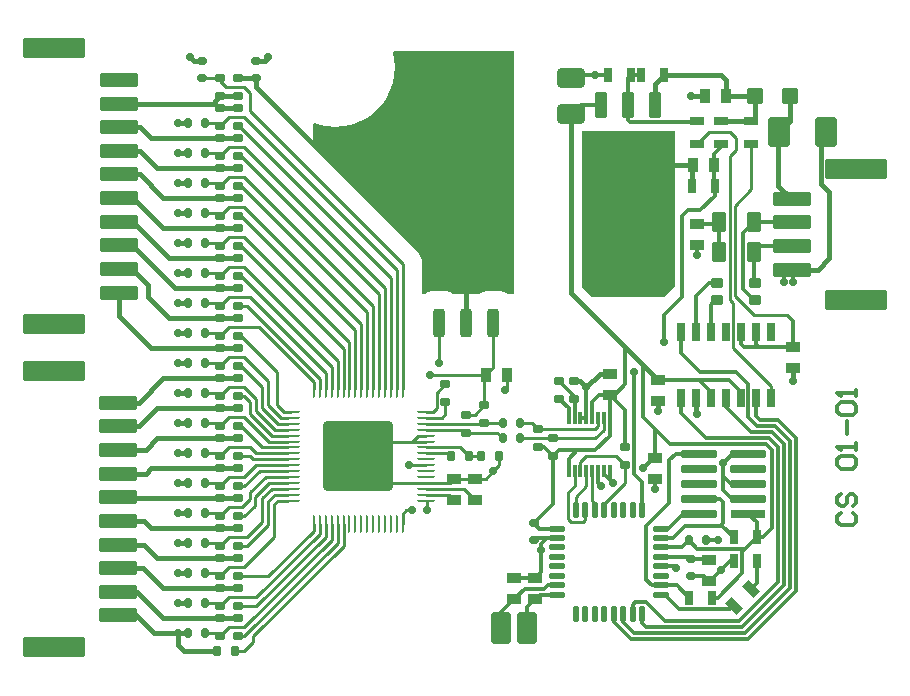
<source format=gtl>
G04 Layer_Physical_Order=1*
G04 Layer_Color=255*
%FSLAX25Y25*%
%MOIN*%
G70*
G01*
G75*
G04:AMPARAMS|DCode=10|XSize=37.4mil|YSize=94.49mil|CornerRadius=9.35mil|HoleSize=0mil|Usage=FLASHONLY|Rotation=180.000|XOffset=0mil|YOffset=0mil|HoleType=Round|Shape=RoundedRectangle|*
%AMROUNDEDRECTD10*
21,1,0.03740,0.07579,0,0,180.0*
21,1,0.01870,0.09449,0,0,180.0*
1,1,0.01870,-0.00935,0.03789*
1,1,0.01870,0.00935,0.03789*
1,1,0.01870,0.00935,-0.03789*
1,1,0.01870,-0.00935,-0.03789*
%
%ADD10ROUNDEDRECTD10*%
G04:AMPARAMS|DCode=11|XSize=129.92mil|YSize=94.49mil|CornerRadius=14.17mil|HoleSize=0mil|Usage=FLASHONLY|Rotation=180.000|XOffset=0mil|YOffset=0mil|HoleType=Round|Shape=RoundedRectangle|*
%AMROUNDEDRECTD11*
21,1,0.12992,0.06614,0,0,180.0*
21,1,0.10157,0.09449,0,0,180.0*
1,1,0.02835,-0.05079,0.03307*
1,1,0.02835,0.05079,0.03307*
1,1,0.02835,0.05079,-0.03307*
1,1,0.02835,-0.05079,-0.03307*
%
%ADD11ROUNDEDRECTD11*%
G04:AMPARAMS|DCode=12|XSize=33.47mil|YSize=23.62mil|CornerRadius=2.36mil|HoleSize=0mil|Usage=FLASHONLY|Rotation=0.000|XOffset=0mil|YOffset=0mil|HoleType=Round|Shape=RoundedRectangle|*
%AMROUNDEDRECTD12*
21,1,0.03347,0.01890,0,0,0.0*
21,1,0.02874,0.02362,0,0,0.0*
1,1,0.00472,0.01437,-0.00945*
1,1,0.00472,-0.01437,-0.00945*
1,1,0.00472,-0.01437,0.00945*
1,1,0.00472,0.01437,0.00945*
%
%ADD12ROUNDEDRECTD12*%
G04:AMPARAMS|DCode=13|XSize=49.21mil|YSize=31.5mil|CornerRadius=3.15mil|HoleSize=0mil|Usage=FLASHONLY|Rotation=0.000|XOffset=0mil|YOffset=0mil|HoleType=Round|Shape=RoundedRectangle|*
%AMROUNDEDRECTD13*
21,1,0.04921,0.02520,0,0,0.0*
21,1,0.04291,0.03150,0,0,0.0*
1,1,0.00630,0.02146,-0.01260*
1,1,0.00630,-0.02146,-0.01260*
1,1,0.00630,-0.02146,0.01260*
1,1,0.00630,0.02146,0.01260*
%
%ADD13ROUNDEDRECTD13*%
G04:AMPARAMS|DCode=14|XSize=31.5mil|YSize=25.59mil|CornerRadius=6.4mil|HoleSize=0mil|Usage=FLASHONLY|Rotation=270.000|XOffset=0mil|YOffset=0mil|HoleType=Round|Shape=RoundedRectangle|*
%AMROUNDEDRECTD14*
21,1,0.03150,0.01279,0,0,270.0*
21,1,0.01870,0.02559,0,0,270.0*
1,1,0.01279,-0.00640,-0.00935*
1,1,0.01279,-0.00640,0.00935*
1,1,0.01279,0.00640,0.00935*
1,1,0.01279,0.00640,-0.00935*
%
%ADD14ROUNDEDRECTD14*%
G04:AMPARAMS|DCode=15|XSize=47.24mil|YSize=125.98mil|CornerRadius=7.09mil|HoleSize=0mil|Usage=FLASHONLY|Rotation=270.000|XOffset=0mil|YOffset=0mil|HoleType=Round|Shape=RoundedRectangle|*
%AMROUNDEDRECTD15*
21,1,0.04724,0.11181,0,0,270.0*
21,1,0.03307,0.12598,0,0,270.0*
1,1,0.01417,-0.05591,-0.01654*
1,1,0.01417,-0.05591,0.01654*
1,1,0.01417,0.05591,0.01654*
1,1,0.01417,0.05591,-0.01654*
%
%ADD15ROUNDEDRECTD15*%
G04:AMPARAMS|DCode=16|XSize=66.93mil|YSize=208.66mil|CornerRadius=10.04mil|HoleSize=0mil|Usage=FLASHONLY|Rotation=270.000|XOffset=0mil|YOffset=0mil|HoleType=Round|Shape=RoundedRectangle|*
%AMROUNDEDRECTD16*
21,1,0.06693,0.18858,0,0,270.0*
21,1,0.04685,0.20866,0,0,270.0*
1,1,0.02008,-0.09429,-0.02343*
1,1,0.02008,-0.09429,0.02343*
1,1,0.02008,0.09429,0.02343*
1,1,0.02008,0.09429,-0.02343*
%
%ADD16ROUNDEDRECTD16*%
G04:AMPARAMS|DCode=17|XSize=9.84mil|YSize=59.05mil|CornerRadius=2.46mil|HoleSize=0mil|Usage=FLASHONLY|Rotation=270.000|XOffset=0mil|YOffset=0mil|HoleType=Round|Shape=RoundedRectangle|*
%AMROUNDEDRECTD17*
21,1,0.00984,0.05413,0,0,270.0*
21,1,0.00492,0.05905,0,0,270.0*
1,1,0.00492,-0.02707,-0.00246*
1,1,0.00492,-0.02707,0.00246*
1,1,0.00492,0.02707,0.00246*
1,1,0.00492,0.02707,-0.00246*
%
%ADD17ROUNDEDRECTD17*%
G04:AMPARAMS|DCode=18|XSize=9.84mil|YSize=59.05mil|CornerRadius=2.46mil|HoleSize=0mil|Usage=FLASHONLY|Rotation=0.000|XOffset=0mil|YOffset=0mil|HoleType=Round|Shape=RoundedRectangle|*
%AMROUNDEDRECTD18*
21,1,0.00984,0.05413,0,0,0.0*
21,1,0.00492,0.05905,0,0,0.0*
1,1,0.00492,0.00246,-0.02707*
1,1,0.00492,-0.00246,-0.02707*
1,1,0.00492,-0.00246,0.02707*
1,1,0.00492,0.00246,0.02707*
%
%ADD18ROUNDEDRECTD18*%
G04:AMPARAMS|DCode=19|XSize=33.47mil|YSize=23.62mil|CornerRadius=2.36mil|HoleSize=0mil|Usage=FLASHONLY|Rotation=90.000|XOffset=0mil|YOffset=0mil|HoleType=Round|Shape=RoundedRectangle|*
%AMROUNDEDRECTD19*
21,1,0.03347,0.01890,0,0,90.0*
21,1,0.02874,0.02362,0,0,90.0*
1,1,0.00472,0.00945,0.01437*
1,1,0.00472,0.00945,-0.01437*
1,1,0.00472,-0.00945,-0.01437*
1,1,0.00472,-0.00945,0.01437*
%
%ADD19ROUNDEDRECTD19*%
G04:AMPARAMS|DCode=20|XSize=49.21mil|YSize=27.56mil|CornerRadius=2.76mil|HoleSize=0mil|Usage=FLASHONLY|Rotation=90.000|XOffset=0mil|YOffset=0mil|HoleType=Round|Shape=RoundedRectangle|*
%AMROUNDEDRECTD20*
21,1,0.04921,0.02205,0,0,90.0*
21,1,0.04370,0.02756,0,0,90.0*
1,1,0.00551,0.01102,0.02185*
1,1,0.00551,0.01102,-0.02185*
1,1,0.00551,-0.01102,-0.02185*
1,1,0.00551,-0.01102,0.02185*
%
%ADD20ROUNDEDRECTD20*%
G04:AMPARAMS|DCode=21|XSize=49.21mil|YSize=31.5mil|CornerRadius=3.15mil|HoleSize=0mil|Usage=FLASHONLY|Rotation=270.000|XOffset=0mil|YOffset=0mil|HoleType=Round|Shape=RoundedRectangle|*
%AMROUNDEDRECTD21*
21,1,0.04921,0.02520,0,0,270.0*
21,1,0.04291,0.03150,0,0,270.0*
1,1,0.00630,-0.01260,-0.02146*
1,1,0.00630,-0.01260,0.02146*
1,1,0.00630,0.01260,0.02146*
1,1,0.00630,0.01260,-0.02146*
%
%ADD21ROUNDEDRECTD21*%
G04:AMPARAMS|DCode=22|XSize=31.5mil|YSize=25.59mil|CornerRadius=6.4mil|HoleSize=0mil|Usage=FLASHONLY|Rotation=180.000|XOffset=0mil|YOffset=0mil|HoleType=Round|Shape=RoundedRectangle|*
%AMROUNDEDRECTD22*
21,1,0.03150,0.01279,0,0,180.0*
21,1,0.01870,0.02559,0,0,180.0*
1,1,0.01279,-0.00935,0.00640*
1,1,0.01279,0.00935,0.00640*
1,1,0.01279,0.00935,-0.00640*
1,1,0.01279,-0.00935,-0.00640*
%
%ADD22ROUNDEDRECTD22*%
G04:AMPARAMS|DCode=23|XSize=55.12mil|YSize=51.18mil|CornerRadius=5.12mil|HoleSize=0mil|Usage=FLASHONLY|Rotation=90.000|XOffset=0mil|YOffset=0mil|HoleType=Round|Shape=RoundedRectangle|*
%AMROUNDEDRECTD23*
21,1,0.05512,0.04095,0,0,90.0*
21,1,0.04488,0.05118,0,0,90.0*
1,1,0.01024,0.02047,0.02244*
1,1,0.01024,0.02047,-0.02244*
1,1,0.01024,-0.02047,-0.02244*
1,1,0.01024,-0.02047,0.02244*
%
%ADD23ROUNDEDRECTD23*%
G04:AMPARAMS|DCode=24|XSize=27.56mil|YSize=118.11mil|CornerRadius=4.13mil|HoleSize=0mil|Usage=FLASHONLY|Rotation=90.000|XOffset=0mil|YOffset=0mil|HoleType=Round|Shape=RoundedRectangle|*
%AMROUNDEDRECTD24*
21,1,0.02756,0.10984,0,0,90.0*
21,1,0.01929,0.11811,0,0,90.0*
1,1,0.00827,0.05492,0.00965*
1,1,0.00827,0.05492,-0.00965*
1,1,0.00827,-0.05492,-0.00965*
1,1,0.00827,-0.05492,0.00965*
%
%ADD24ROUNDEDRECTD24*%
%ADD25R,0.11811X0.02756*%
G04:AMPARAMS|DCode=26|XSize=106.3mil|YSize=66.93mil|CornerRadius=6.69mil|HoleSize=0mil|Usage=FLASHONLY|Rotation=270.000|XOffset=0mil|YOffset=0mil|HoleType=Round|Shape=RoundedRectangle|*
%AMROUNDEDRECTD26*
21,1,0.10630,0.05354,0,0,270.0*
21,1,0.09291,0.06693,0,0,270.0*
1,1,0.01339,-0.02677,-0.04646*
1,1,0.01339,-0.02677,0.04646*
1,1,0.01339,0.02677,0.04646*
1,1,0.01339,0.02677,-0.04646*
%
%ADD26ROUNDEDRECTD26*%
G04:AMPARAMS|DCode=27|XSize=23.62mil|YSize=62.99mil|CornerRadius=2.36mil|HoleSize=0mil|Usage=FLASHONLY|Rotation=180.000|XOffset=0mil|YOffset=0mil|HoleType=Round|Shape=RoundedRectangle|*
%AMROUNDEDRECTD27*
21,1,0.02362,0.05827,0,0,180.0*
21,1,0.01890,0.06299,0,0,180.0*
1,1,0.00472,-0.00945,0.02913*
1,1,0.00472,0.00945,0.02913*
1,1,0.00472,0.00945,-0.02913*
1,1,0.00472,-0.00945,-0.02913*
%
%ADD27ROUNDEDRECTD27*%
G04:AMPARAMS|DCode=28|XSize=19.68mil|YSize=51.18mil|CornerRadius=4.92mil|HoleSize=0mil|Usage=FLASHONLY|Rotation=0.000|XOffset=0mil|YOffset=0mil|HoleType=Round|Shape=RoundedRectangle|*
%AMROUNDEDRECTD28*
21,1,0.01968,0.04134,0,0,0.0*
21,1,0.00984,0.05118,0,0,0.0*
1,1,0.00984,0.00492,-0.02067*
1,1,0.00984,-0.00492,-0.02067*
1,1,0.00984,-0.00492,0.02067*
1,1,0.00984,0.00492,0.02067*
%
%ADD28ROUNDEDRECTD28*%
G04:AMPARAMS|DCode=29|XSize=19.68mil|YSize=51.18mil|CornerRadius=4.92mil|HoleSize=0mil|Usage=FLASHONLY|Rotation=270.000|XOffset=0mil|YOffset=0mil|HoleType=Round|Shape=RoundedRectangle|*
%AMROUNDEDRECTD29*
21,1,0.01968,0.04134,0,0,270.0*
21,1,0.00984,0.05118,0,0,270.0*
1,1,0.00984,-0.02067,-0.00492*
1,1,0.00984,-0.02067,0.00492*
1,1,0.00984,0.02067,0.00492*
1,1,0.00984,0.02067,-0.00492*
%
%ADD29ROUNDEDRECTD29*%
G04:AMPARAMS|DCode=30|XSize=129.92mil|YSize=94.49mil|CornerRadius=9.45mil|HoleSize=0mil|Usage=FLASHONLY|Rotation=0.000|XOffset=0mil|YOffset=0mil|HoleType=Round|Shape=RoundedRectangle|*
%AMROUNDEDRECTD30*
21,1,0.12992,0.07559,0,0,0.0*
21,1,0.11102,0.09449,0,0,0.0*
1,1,0.01890,0.05551,-0.03780*
1,1,0.01890,-0.05551,-0.03780*
1,1,0.01890,-0.05551,0.03780*
1,1,0.01890,0.05551,0.03780*
%
%ADD30ROUNDEDRECTD30*%
G04:AMPARAMS|DCode=31|XSize=37.4mil|YSize=86.61mil|CornerRadius=3.74mil|HoleSize=0mil|Usage=FLASHONLY|Rotation=0.000|XOffset=0mil|YOffset=0mil|HoleType=Round|Shape=RoundedRectangle|*
%AMROUNDEDRECTD31*
21,1,0.03740,0.07913,0,0,0.0*
21,1,0.02992,0.08661,0,0,0.0*
1,1,0.00748,0.01496,-0.03957*
1,1,0.00748,-0.01496,-0.03957*
1,1,0.00748,-0.01496,0.03957*
1,1,0.00748,0.01496,0.03957*
%
%ADD31ROUNDEDRECTD31*%
G04:AMPARAMS|DCode=32|XSize=49.21mil|YSize=27.56mil|CornerRadius=2.76mil|HoleSize=0mil|Usage=FLASHONLY|Rotation=0.000|XOffset=0mil|YOffset=0mil|HoleType=Round|Shape=RoundedRectangle|*
%AMROUNDEDRECTD32*
21,1,0.04921,0.02205,0,0,0.0*
21,1,0.04370,0.02756,0,0,0.0*
1,1,0.00551,0.02185,-0.01102*
1,1,0.00551,-0.02185,-0.01102*
1,1,0.00551,-0.02185,0.01102*
1,1,0.00551,0.02185,0.01102*
%
%ADD32ROUNDEDRECTD32*%
G04:AMPARAMS|DCode=33|XSize=66.93mil|YSize=47.24mil|CornerRadius=4.72mil|HoleSize=0mil|Usage=FLASHONLY|Rotation=90.000|XOffset=0mil|YOffset=0mil|HoleType=Round|Shape=RoundedRectangle|*
%AMROUNDEDRECTD33*
21,1,0.06693,0.03780,0,0,90.0*
21,1,0.05748,0.04724,0,0,90.0*
1,1,0.00945,0.01890,0.02874*
1,1,0.00945,0.01890,-0.02874*
1,1,0.00945,-0.01890,-0.02874*
1,1,0.00945,-0.01890,0.02874*
%
%ADD33ROUNDEDRECTD33*%
G04:AMPARAMS|DCode=34|XSize=43.31mil|YSize=31.5mil|CornerRadius=4.72mil|HoleSize=0mil|Usage=FLASHONLY|Rotation=180.000|XOffset=0mil|YOffset=0mil|HoleType=Round|Shape=RoundedRectangle|*
%AMROUNDEDRECTD34*
21,1,0.04331,0.02205,0,0,180.0*
21,1,0.03386,0.03150,0,0,180.0*
1,1,0.00945,-0.01693,0.01102*
1,1,0.00945,0.01693,0.01102*
1,1,0.00945,0.01693,-0.01102*
1,1,0.00945,-0.01693,-0.01102*
%
%ADD34ROUNDEDRECTD34*%
G04:AMPARAMS|DCode=35|XSize=55.12mil|YSize=31.5mil|CornerRadius=3.15mil|HoleSize=0mil|Usage=FLASHONLY|Rotation=315.000|XOffset=0mil|YOffset=0mil|HoleType=Round|Shape=RoundedRectangle|*
%AMROUNDEDRECTD35*
21,1,0.05512,0.02520,0,0,315.0*
21,1,0.04882,0.03150,0,0,315.0*
1,1,0.00630,0.00835,-0.02617*
1,1,0.00630,-0.02617,0.00835*
1,1,0.00630,-0.00835,0.02617*
1,1,0.00630,0.02617,-0.00835*
%
%ADD35ROUNDEDRECTD35*%
G04:AMPARAMS|DCode=36|XSize=74.8mil|YSize=98.42mil|CornerRadius=11.22mil|HoleSize=0mil|Usage=FLASHONLY|Rotation=180.000|XOffset=0mil|YOffset=0mil|HoleType=Round|Shape=RoundedRectangle|*
%AMROUNDEDRECTD36*
21,1,0.07480,0.07598,0,0,180.0*
21,1,0.05236,0.09842,0,0,180.0*
1,1,0.02244,-0.02618,0.03799*
1,1,0.02244,0.02618,0.03799*
1,1,0.02244,0.02618,-0.03799*
1,1,0.02244,-0.02618,-0.03799*
%
%ADD36ROUNDEDRECTD36*%
G04:AMPARAMS|DCode=37|XSize=90.55mil|YSize=64.96mil|CornerRadius=9.74mil|HoleSize=0mil|Usage=FLASHONLY|Rotation=180.000|XOffset=0mil|YOffset=0mil|HoleType=Round|Shape=RoundedRectangle|*
%AMROUNDEDRECTD37*
21,1,0.09055,0.04547,0,0,180.0*
21,1,0.07106,0.06496,0,0,180.0*
1,1,0.01949,-0.03553,0.02274*
1,1,0.01949,0.03553,0.02274*
1,1,0.01949,0.03553,-0.02274*
1,1,0.01949,-0.03553,-0.02274*
%
%ADD37ROUNDEDRECTD37*%
G04:AMPARAMS|DCode=38|XSize=11.02mil|YSize=43.31mil|CornerRadius=1.65mil|HoleSize=0mil|Usage=FLASHONLY|Rotation=180.000|XOffset=0mil|YOffset=0mil|HoleType=Round|Shape=RoundedRectangle|*
%AMROUNDEDRECTD38*
21,1,0.01102,0.04000,0,0,180.0*
21,1,0.00772,0.04331,0,0,180.0*
1,1,0.00331,-0.00386,0.02000*
1,1,0.00331,0.00386,0.02000*
1,1,0.00331,0.00386,-0.02000*
1,1,0.00331,-0.00386,-0.02000*
%
%ADD38ROUNDEDRECTD38*%
%ADD39C,0.01181*%
%ADD40C,0.00984*%
%ADD41C,0.01575*%
%ADD42C,0.01024*%
G04:AMPARAMS|DCode=43|XSize=232.28mil|YSize=232.28mil|CornerRadius=11.61mil|HoleSize=0mil|Usage=FLASHONLY|Rotation=270.000|XOffset=0mil|YOffset=0mil|HoleType=Round|Shape=RoundedRectangle|*
%AMROUNDEDRECTD43*
21,1,0.23228,0.20906,0,0,270.0*
21,1,0.20906,0.23228,0,0,270.0*
1,1,0.02323,-0.10453,-0.10453*
1,1,0.02323,-0.10453,0.10453*
1,1,0.02323,0.10453,0.10453*
1,1,0.02323,0.10453,-0.10453*
%
%ADD43ROUNDEDRECTD43*%
%ADD44C,0.02756*%
G36*
X219480Y131480D02*
X216000Y128000D01*
X192000Y128000D01*
X188480Y131520D01*
X188480Y183382D01*
X219480D01*
X219480Y131480D01*
D02*
G37*
G36*
X166000Y210000D02*
X166000Y129000D01*
X163915D01*
X163809Y129087D01*
X162621Y129722D01*
X161331Y130114D01*
X159990Y130246D01*
X158120D01*
X156779Y130114D01*
X155490Y129722D01*
X154301Y129087D01*
X154195Y129000D01*
X145805D01*
X145699Y129087D01*
X144510Y129722D01*
X143221Y130114D01*
X141880Y130246D01*
X140010D01*
X138669Y130114D01*
X137379Y129722D01*
X136191Y129087D01*
X136085Y129000D01*
X135192D01*
Y139236D01*
X135069Y140490D01*
X134703Y141696D01*
X134109Y142808D01*
X133309Y143782D01*
X127000Y150091D01*
Y152000D01*
X99000Y180000D01*
Y185777D01*
X99406Y186068D01*
X101142Y185479D01*
X103699Y184970D01*
X106299Y184800D01*
X108900Y184970D01*
X111456Y185479D01*
X113924Y186317D01*
X116261Y187469D01*
X118429Y188917D01*
X120388Y190636D01*
X122106Y192595D01*
X123554Y194762D01*
X124707Y197100D01*
X125545Y199568D01*
X126053Y202124D01*
X126224Y204724D01*
X126053Y207325D01*
X125621Y209500D01*
X126021Y210000D01*
X166000Y210000D01*
D02*
G37*
D10*
X140945Y119583D02*
D03*
X150000D02*
D03*
X159055D02*
D03*
D11*
X150000Y142417D02*
D03*
D12*
X74000Y30953D02*
D03*
Y25047D02*
D03*
X68000Y30953D02*
D03*
Y25047D02*
D03*
X74000Y40953D02*
D03*
Y35047D02*
D03*
X68000Y40953D02*
D03*
Y35047D02*
D03*
X74000Y20953D02*
D03*
Y15047D02*
D03*
X68000Y20953D02*
D03*
Y15047D02*
D03*
X74000Y50953D02*
D03*
Y45047D02*
D03*
X68000Y50953D02*
D03*
Y45047D02*
D03*
X74000Y60953D02*
D03*
Y55047D02*
D03*
X68000Y60953D02*
D03*
Y55047D02*
D03*
X74000Y70953D02*
D03*
Y65047D02*
D03*
X68000Y70953D02*
D03*
Y65047D02*
D03*
X74000Y80953D02*
D03*
Y75047D02*
D03*
X68000Y80953D02*
D03*
Y75047D02*
D03*
X74000Y90953D02*
D03*
Y85047D02*
D03*
X68000Y90953D02*
D03*
Y85047D02*
D03*
X74000Y100953D02*
D03*
Y95047D02*
D03*
X68000Y100953D02*
D03*
Y95047D02*
D03*
X74000Y110953D02*
D03*
Y105047D02*
D03*
X68000Y110953D02*
D03*
Y105047D02*
D03*
X143000Y98953D02*
D03*
Y93047D02*
D03*
X74000Y120953D02*
D03*
Y115047D02*
D03*
X68000Y120953D02*
D03*
Y115047D02*
D03*
X74000Y130953D02*
D03*
Y125047D02*
D03*
X68000Y130953D02*
D03*
Y125047D02*
D03*
X74000Y140953D02*
D03*
Y135047D02*
D03*
X203000Y72047D02*
D03*
Y77953D02*
D03*
X68000Y140953D02*
D03*
Y135047D02*
D03*
X74000Y150953D02*
D03*
Y145047D02*
D03*
X68000Y150953D02*
D03*
Y145047D02*
D03*
X74000Y160953D02*
D03*
Y155047D02*
D03*
X68000Y160953D02*
D03*
Y155047D02*
D03*
X74000Y170953D02*
D03*
Y165047D02*
D03*
X68000Y170953D02*
D03*
Y165047D02*
D03*
X74000Y180953D02*
D03*
Y175047D02*
D03*
X68000Y180953D02*
D03*
Y175047D02*
D03*
X74000Y190953D02*
D03*
Y185047D02*
D03*
X68000Y190953D02*
D03*
Y185047D02*
D03*
Y195047D02*
D03*
Y200953D02*
D03*
X74000Y195047D02*
D03*
Y200953D02*
D03*
X156000Y91953D02*
D03*
Y86047D02*
D03*
X150000Y88779D02*
D03*
Y82874D02*
D03*
X174000Y78047D02*
D03*
Y83953D02*
D03*
X179000Y75047D02*
D03*
Y80953D02*
D03*
X181000Y94047D02*
D03*
Y99953D02*
D03*
X186000D02*
D03*
Y94047D02*
D03*
D13*
X153000Y60457D02*
D03*
Y67543D02*
D03*
X146000Y60457D02*
D03*
Y67543D02*
D03*
X227000Y152543D02*
D03*
Y145457D02*
D03*
X259000Y111543D02*
D03*
Y104457D02*
D03*
X214000Y100543D02*
D03*
Y93457D02*
D03*
X231043Y40425D02*
D03*
Y33339D02*
D03*
X172980Y34425D02*
D03*
Y27339D02*
D03*
X165980Y34425D02*
D03*
Y27339D02*
D03*
X213000Y67457D02*
D03*
Y74543D02*
D03*
X198000Y95457D02*
D03*
Y102543D02*
D03*
D14*
X62854Y26000D02*
D03*
X57146D02*
D03*
X62854Y36000D02*
D03*
X57146D02*
D03*
X62854Y46000D02*
D03*
X57146D02*
D03*
X62854Y16000D02*
D03*
X57146D02*
D03*
X62854Y56000D02*
D03*
X57146D02*
D03*
X62854Y66000D02*
D03*
X57146D02*
D03*
X62854Y76000D02*
D03*
X57146D02*
D03*
X62854Y86000D02*
D03*
X57146D02*
D03*
X62854Y96000D02*
D03*
X57146D02*
D03*
X62854Y106000D02*
D03*
X57146D02*
D03*
X62854Y116000D02*
D03*
X57146D02*
D03*
X62854Y126000D02*
D03*
X57146D02*
D03*
X62854Y136000D02*
D03*
X57146D02*
D03*
X62854Y146000D02*
D03*
X57146D02*
D03*
X62854Y156000D02*
D03*
X57146D02*
D03*
X62854Y166000D02*
D03*
X57146D02*
D03*
X62854Y176000D02*
D03*
X57146D02*
D03*
X62854Y186000D02*
D03*
X57146D02*
D03*
X229854Y47000D02*
D03*
X224146D02*
D03*
X167854Y81000D02*
D03*
X162146D02*
D03*
X167854Y86000D02*
D03*
X162146D02*
D03*
D15*
X34055Y37697D02*
D03*
Y45571D02*
D03*
Y53445D02*
D03*
Y61319D02*
D03*
Y69193D02*
D03*
Y77067D02*
D03*
Y84941D02*
D03*
Y92815D02*
D03*
Y29823D02*
D03*
Y21949D02*
D03*
X34075Y145315D02*
D03*
Y153189D02*
D03*
Y161063D02*
D03*
Y168937D02*
D03*
Y176811D02*
D03*
Y184685D02*
D03*
Y192559D02*
D03*
Y200433D02*
D03*
Y137441D02*
D03*
Y129567D02*
D03*
X258425Y160811D02*
D03*
Y152937D02*
D03*
Y145063D02*
D03*
Y137189D02*
D03*
D16*
X12480Y11319D02*
D03*
Y103445D02*
D03*
X12500Y118937D02*
D03*
Y211063D02*
D03*
X280000Y170850D02*
D03*
Y127150D02*
D03*
D17*
X136441Y89764D02*
D03*
Y87795D02*
D03*
Y85827D02*
D03*
Y83858D02*
D03*
Y81890D02*
D03*
Y79921D02*
D03*
Y77953D02*
D03*
Y75984D02*
D03*
Y74016D02*
D03*
Y72047D02*
D03*
Y70079D02*
D03*
Y68110D02*
D03*
Y66142D02*
D03*
Y64173D02*
D03*
Y62205D02*
D03*
Y60236D02*
D03*
X91559D02*
D03*
Y62205D02*
D03*
Y64173D02*
D03*
Y66142D02*
D03*
Y68110D02*
D03*
Y70079D02*
D03*
Y72047D02*
D03*
Y74016D02*
D03*
Y75984D02*
D03*
Y77953D02*
D03*
Y79921D02*
D03*
Y81890D02*
D03*
Y83858D02*
D03*
Y85827D02*
D03*
Y87795D02*
D03*
Y89764D02*
D03*
D18*
X128764Y52559D02*
D03*
X126795D02*
D03*
X124827D02*
D03*
X122858D02*
D03*
X120890D02*
D03*
X118921D02*
D03*
X116953D02*
D03*
X114984D02*
D03*
X113016D02*
D03*
X111047D02*
D03*
X109079D02*
D03*
X107110D02*
D03*
X105142D02*
D03*
X103173D02*
D03*
X101205D02*
D03*
X99236D02*
D03*
Y97441D02*
D03*
X101205D02*
D03*
X103173D02*
D03*
X105142D02*
D03*
X107110D02*
D03*
X109079D02*
D03*
X111047D02*
D03*
X113016D02*
D03*
X114984D02*
D03*
X116953D02*
D03*
X118921D02*
D03*
X120890D02*
D03*
X122858D02*
D03*
X124827D02*
D03*
X126795D02*
D03*
X128764D02*
D03*
D19*
X67047Y10000D02*
D03*
X72953D02*
D03*
X160953Y75000D02*
D03*
X155047D02*
D03*
X150953D02*
D03*
X145047D02*
D03*
D20*
X246740Y48000D02*
D03*
X239260D02*
D03*
X231783Y27882D02*
D03*
X224303D02*
D03*
X246740Y40000D02*
D03*
X239260D02*
D03*
X232740Y165000D02*
D03*
X225260D02*
D03*
X204740Y202000D02*
D03*
X197260D02*
D03*
X215740D02*
D03*
X208260D02*
D03*
D21*
X156457Y102000D02*
D03*
X163543D02*
D03*
X236543Y195000D02*
D03*
X229457D02*
D03*
X232543Y172000D02*
D03*
X225457D02*
D03*
D22*
X62000Y201146D02*
D03*
Y206854D02*
D03*
X80000Y201146D02*
D03*
Y206854D02*
D03*
X225043Y35028D02*
D03*
Y40736D02*
D03*
X172543Y47028D02*
D03*
Y52736D02*
D03*
D23*
X246094Y195000D02*
D03*
X257906D02*
D03*
D24*
X227437Y75922D02*
D03*
Y70922D02*
D03*
Y65922D02*
D03*
X243972Y75922D02*
D03*
Y70922D02*
D03*
Y65922D02*
D03*
X227437Y60922D02*
D03*
X243972D02*
D03*
X227437Y55922D02*
D03*
D25*
X243972D02*
D03*
D26*
X170311Y17882D02*
D03*
X161650D02*
D03*
D27*
X221437Y94476D02*
D03*
X226437D02*
D03*
X231437D02*
D03*
X236437D02*
D03*
X241437D02*
D03*
X246437D02*
D03*
X251437D02*
D03*
X221437Y116524D02*
D03*
X226437D02*
D03*
X231437D02*
D03*
X236437D02*
D03*
X241437D02*
D03*
X246437D02*
D03*
X251437D02*
D03*
D28*
X208567Y57205D02*
D03*
X205417D02*
D03*
X202268D02*
D03*
X199118D02*
D03*
X195968D02*
D03*
X192819D02*
D03*
X189669D02*
D03*
X186520D02*
D03*
Y22559D02*
D03*
X189669D02*
D03*
X192819D02*
D03*
X195968D02*
D03*
X199118D02*
D03*
X202268D02*
D03*
X205417D02*
D03*
X208567D02*
D03*
D29*
X180220Y50906D02*
D03*
Y47756D02*
D03*
Y44606D02*
D03*
Y41457D02*
D03*
Y38307D02*
D03*
Y35157D02*
D03*
Y32008D02*
D03*
Y28858D02*
D03*
X214866D02*
D03*
Y32008D02*
D03*
Y35157D02*
D03*
Y38307D02*
D03*
Y41457D02*
D03*
Y44606D02*
D03*
Y47756D02*
D03*
Y50906D02*
D03*
D30*
X203850Y167740D02*
D03*
D31*
X194795Y192150D02*
D03*
X203850D02*
D03*
X212906D02*
D03*
D32*
X245000Y179260D02*
D03*
Y186740D02*
D03*
X235000Y186740D02*
D03*
Y179260D02*
D03*
X227000Y186740D02*
D03*
Y179260D02*
D03*
D33*
X245905Y143000D02*
D03*
X234095D02*
D03*
X245905Y153000D02*
D03*
X234095D02*
D03*
D34*
X246299Y132756D02*
D03*
X233701D02*
D03*
Y127244D02*
D03*
X246299D02*
D03*
D35*
X244784Y30784D02*
D03*
X239216Y25216D02*
D03*
D36*
X254126Y183000D02*
D03*
X269874D02*
D03*
D37*
X185000Y188996D02*
D03*
Y201004D02*
D03*
D38*
X197890Y87858D02*
D03*
X195921D02*
D03*
X193953D02*
D03*
X191984D02*
D03*
X190016D02*
D03*
X188047D02*
D03*
X186079D02*
D03*
X184110D02*
D03*
X197890Y70142D02*
D03*
X195921D02*
D03*
X193953D02*
D03*
X191984D02*
D03*
X190016D02*
D03*
X188047D02*
D03*
X186079D02*
D03*
X184110D02*
D03*
D39*
X260000Y30000D02*
Y81000D01*
X244000Y14000D02*
X260000Y30000D01*
X205000Y14000D02*
X244000D01*
X258000Y31000D02*
Y80000D01*
X243000Y16000D02*
X258000Y31000D01*
X206000Y16000D02*
X243000D01*
X256000Y32000D02*
Y79000D01*
X242000Y18000D02*
X256000Y32000D01*
X210000Y18000D02*
X242000D01*
X254000Y33000D02*
Y78000D01*
X241000Y20000D02*
X254000Y33000D01*
X216065Y20000D02*
X241000D01*
X209756Y26309D02*
X216065Y20000D01*
X199118Y19882D02*
X205000Y14000D01*
X202268Y19732D02*
X206000Y16000D01*
X208567Y19433D02*
X210000Y18000D01*
X216142Y28858D02*
X221000Y24000D01*
X214866Y28858D02*
X216142D01*
X221000Y24000D02*
X238000D01*
X239216Y25216D01*
X244784Y30784D02*
X246740Y32740D01*
Y40000D01*
X209000Y88000D02*
Y105543D01*
X216000Y113000D02*
Y122000D01*
X242054Y36053D02*
Y43313D01*
X233882Y27882D02*
X242054Y36053D01*
X231783Y27882D02*
X233882D01*
X242054Y43313D02*
X242975Y44235D01*
X246740Y48000D01*
X231043Y33339D02*
X231339D01*
X235000Y37000D01*
X238000Y40000D01*
X239260D01*
X229854Y47000D02*
X234000D01*
X224146D02*
X226911Y44235D01*
X242975D01*
X221752Y44606D02*
X224146Y47000D01*
X214866Y44606D02*
X221752D01*
X205417Y25417D02*
X206309Y26309D01*
X209756D01*
X205417Y22559D02*
Y25417D01*
X213000Y84000D02*
X218000Y79000D01*
X209000Y88000D02*
X213000Y84000D01*
Y74543D02*
Y84000D01*
Y64000D02*
Y67457D01*
X209000Y71000D02*
X212543Y74543D01*
X213000D01*
X203000Y99000D02*
Y111543D01*
X206000Y69000D02*
Y103000D01*
Y69000D02*
X208567Y66433D01*
Y57205D02*
Y66433D01*
X204740Y202000D02*
X208260D01*
X203850Y192150D02*
Y201110D01*
X204740Y202000D01*
X185000Y188996D02*
X188154Y192150D01*
X194795D01*
X185000Y201004D02*
X185996Y202000D01*
X193000D01*
X197260D01*
X231437Y94476D02*
Y96563D01*
X227457Y100543D02*
X231437Y96563D01*
X214000Y100543D02*
X227457D01*
X241437Y94476D02*
Y96563D01*
X237457Y100543D02*
X241437Y96563D01*
X227457Y100543D02*
X237457D01*
X256000Y134764D02*
X258425Y137189D01*
X256000Y133000D02*
Y134764D01*
X258425Y137189D02*
X259000Y136614D01*
Y133000D02*
Y136614D01*
X227000Y142000D02*
Y145457D01*
X246740Y48000D02*
X249000D01*
X252000Y51000D01*
Y77000D01*
X250000Y79000D02*
X252000Y77000D01*
X218000Y79000D02*
X250000D01*
X254000Y87000D02*
X260000Y81000D01*
X248000Y87000D02*
X254000D01*
X251000Y81000D02*
X254000Y78000D01*
X230000Y81000D02*
X251000D01*
X252000Y83000D02*
X256000Y79000D01*
X245000Y83000D02*
X252000D01*
X221437Y89563D02*
X230000Y81000D01*
X236437Y91563D02*
X245000Y83000D01*
X253000Y85000D02*
X258000Y80000D01*
X247000Y85000D02*
X253000D01*
X244000Y88000D02*
X247000Y85000D01*
X246437Y88563D02*
X248000Y87000D01*
X188047Y87858D02*
X190016D01*
X190000Y98000D02*
X190016Y97984D01*
Y87858D02*
Y97984D01*
X199457Y95457D02*
X203000Y99000D01*
X198000Y95457D02*
X199457D01*
X214866Y50906D02*
X217067D01*
X222083Y55922D01*
X214866Y47756D02*
X218917D01*
X223043Y51882D01*
X234705D01*
X235705Y52882D01*
Y59882D01*
X234665Y60922D02*
X235705Y59882D01*
X227437Y60922D02*
X234665D01*
X211917Y32008D02*
X214866D01*
X210043Y33882D02*
X211917Y32008D01*
X210043Y33882D02*
Y51882D01*
X217705Y59543D01*
Y63882D02*
Y73882D01*
X219745Y75922D02*
X227437D01*
X217705Y73882D02*
X219745Y75922D01*
X214866Y41457D02*
X224323D01*
X225043Y40736D01*
X230732D01*
X231043Y40425D01*
X225043Y35028D02*
X229354D01*
X231043Y33339D01*
X214866Y32008D02*
X220177D01*
X224303Y27882D01*
X214866Y38307D02*
X219618D01*
X220043Y37882D01*
X238745Y75922D02*
X243972D01*
X235705Y72882D02*
X238745Y75922D01*
X238665Y60922D02*
X243972D01*
X235705Y63882D02*
X238665Y60922D01*
X238165Y65922D02*
X243972D01*
X235705Y68382D02*
X238165Y65922D01*
X235705Y68382D02*
Y72882D01*
Y63882D02*
Y68382D01*
X203850Y187075D02*
Y192150D01*
Y187075D02*
X204480Y186445D01*
X174500Y28858D02*
X180220D01*
X172980Y27339D02*
X174500Y28858D01*
X177106Y32008D02*
X180220D01*
X175980Y30882D02*
X177106Y32008D01*
X169524Y30882D02*
X175980D01*
X165980Y27339D02*
X169524Y30882D01*
X174374Y50906D02*
X180220D01*
X172543Y52736D02*
X174374Y50906D01*
X170311Y17882D02*
Y24669D01*
X172980Y27339D01*
X161650Y17882D02*
Y23008D01*
X165980Y27339D01*
X172543Y47028D02*
X173272Y47756D01*
X174980Y43882D02*
Y45756D01*
X176980Y47756D01*
X173272D02*
X176980D01*
X180220D01*
X172980Y34425D02*
X174980Y36425D01*
Y43882D01*
X165980Y34425D02*
X172980D01*
X217705Y59543D02*
Y63882D01*
X235378Y51882D02*
X239260Y48000D01*
X234705Y51882D02*
X235378D01*
X246740Y48000D02*
Y53154D01*
X243972Y55922D02*
X246740Y53154D01*
X184110Y70142D02*
Y74110D01*
X187000Y77000D01*
X197890Y87858D02*
Y95346D01*
X191984Y87858D02*
Y92984D01*
X194346Y95346D01*
X197890D01*
X203000Y77953D02*
Y90457D01*
X198000Y95457D02*
X203000Y90457D01*
X193953Y66047D02*
Y70142D01*
Y66047D02*
X195000Y65000D01*
X197890Y67110D02*
Y70142D01*
X195921Y69079D02*
Y70142D01*
Y69079D02*
X197890Y67110D01*
X180953Y77000D02*
X187000D01*
X172543Y52736D02*
X179000Y59193D01*
Y75047D02*
X180953Y77000D01*
X179000Y59193D02*
Y75047D01*
X174000Y78047D02*
X176000D01*
X179000Y75047D01*
X187000Y77000D02*
X193000D01*
X197890Y81890D01*
Y87858D01*
X184110D02*
Y90937D01*
X181000Y94047D02*
X184110Y90937D01*
X186079Y87858D02*
Y93968D01*
X186000Y94047D02*
X186079Y93968D01*
X181000Y99953D02*
X186000Y94953D01*
Y94047D02*
Y94953D01*
X208567Y19433D02*
Y22559D01*
X202268Y19732D02*
Y22559D01*
X199118Y19882D02*
Y22559D01*
X221437Y109563D02*
Y116524D01*
X246437Y88563D02*
Y94476D01*
X221437Y89563D02*
Y94476D01*
X236437Y91563D02*
Y94476D01*
X230819Y132819D02*
X234201D01*
X226437Y116524D02*
Y128437D01*
X233307Y127307D02*
X234201D01*
X231437Y116524D02*
Y125437D01*
X244000Y88000D02*
Y99000D01*
X221437Y109563D02*
X228000Y103000D01*
X240000D01*
X244000Y99000D01*
X246437Y112563D02*
Y116524D01*
Y112563D02*
X247457Y111543D01*
X259000D01*
X241437Y112563D02*
Y116524D01*
Y112563D02*
X242457Y111543D01*
X247457D01*
X259000D02*
Y120000D01*
X242353Y149447D02*
X245905Y153000D01*
X245969Y152937D02*
X258425D01*
X245905Y153000D02*
X245969Y152937D01*
X247969Y145063D02*
X258425D01*
X245905Y143000D02*
X247969Y145063D01*
X231437Y125437D02*
X233307Y127307D01*
X226437Y128437D02*
X230819Y132819D01*
X242353Y130647D02*
Y149447D01*
Y130647D02*
X245693Y127307D01*
X246799D01*
X245905Y133713D02*
X246799Y132819D01*
X245905Y133713D02*
Y143000D01*
X232543Y175803D02*
X236000Y179260D01*
X232543Y172000D02*
Y175803D01*
Y165197D02*
Y172000D01*
Y165197D02*
X232740Y165000D01*
X227000Y152543D02*
X233638D01*
X234095Y153000D01*
Y143000D02*
Y153000D01*
X232740Y161740D02*
Y165000D01*
X228000Y157000D02*
X232740Y161740D01*
X224000Y157000D02*
X228000D01*
X222000Y155000D02*
X224000Y157000D01*
X222000Y128000D02*
Y155000D01*
X216000Y122000D02*
X222000Y128000D01*
X204480Y186445D02*
X226705D01*
X227000Y186740D01*
X274752Y56198D02*
X273703Y55149D01*
Y53049D01*
X274752Y52000D01*
X278951D01*
X280000Y53049D01*
Y55149D01*
X278951Y56198D01*
X274752Y62495D02*
X273703Y61446D01*
Y59347D01*
X274752Y58297D01*
X275802D01*
X276851Y59347D01*
Y61446D01*
X277901Y62495D01*
X278951D01*
X280000Y61446D01*
Y59347D01*
X278951Y58297D01*
X274752Y70891D02*
X273703Y71941D01*
Y74040D01*
X274752Y75090D01*
X278951D01*
X280000Y74040D01*
Y71941D01*
X278951Y70891D01*
X274752D01*
X280000Y77189D02*
Y79288D01*
Y78238D01*
X273703D01*
X274752Y77189D01*
X276851Y82436D02*
Y86634D01*
X274752Y88734D02*
X273703Y89783D01*
Y91882D01*
X274752Y92932D01*
X278951D01*
X280000Y91882D01*
Y89783D01*
X278951Y88734D01*
X274752D01*
X280000Y95031D02*
Y97130D01*
Y96080D01*
X273703D01*
X274752Y95031D01*
D40*
X79000Y13000D02*
Y15000D01*
X76000Y10000D02*
X79000Y13000D01*
X72953Y10000D02*
X76000D01*
X109079Y45079D02*
Y52559D01*
X79000Y15000D02*
X109079Y45079D01*
X107110Y46110D02*
Y52559D01*
X76047Y15047D02*
X107110Y46110D01*
X74000Y15047D02*
X76047D01*
X105142Y47142D02*
Y52559D01*
X76000Y18000D02*
X105142Y47142D01*
X70953Y18000D02*
X76000D01*
X103173Y48173D02*
Y52559D01*
X80047Y25047D02*
X103173Y48173D01*
X74000Y25047D02*
X80047D01*
X101205Y49205D02*
Y52559D01*
X80000Y28000D02*
X101205Y49205D01*
X70953Y28000D02*
X80000D01*
X99236Y50236D02*
Y52559D01*
X84047Y35047D02*
X99236Y50236D01*
X74000Y35047D02*
X84047D01*
X171953Y86000D02*
X174000Y83953D01*
X167854Y86000D02*
X171953D01*
X167854Y81000D02*
X193000D01*
X78000Y190000D02*
X128764Y139236D01*
Y97441D02*
Y139236D01*
X76000Y188000D02*
X126795Y137205D01*
Y97441D02*
Y137205D01*
X74166Y185047D02*
X124827Y134386D01*
Y97441D02*
Y134386D01*
X76000Y178000D02*
X122858Y131142D01*
Y97441D02*
Y131142D01*
X74953Y175047D02*
X120890Y129110D01*
Y97441D02*
Y129110D01*
X76000Y168000D02*
X118921Y125079D01*
Y97441D02*
Y125079D01*
X74953Y165047D02*
X116953Y123047D01*
Y97441D02*
Y123047D01*
X76000Y158000D02*
X114984Y119016D01*
Y97441D02*
Y119016D01*
X74953Y155047D02*
X113016Y116984D01*
Y97441D02*
Y116984D01*
X76000Y148000D02*
X111047Y112953D01*
Y97441D02*
Y112953D01*
X74953Y145047D02*
X109079Y110921D01*
Y97441D02*
Y110921D01*
X76000Y138000D02*
X107110Y106890D01*
Y97441D02*
Y106890D01*
X74953Y135047D02*
X105142Y104858D01*
Y97441D02*
Y104858D01*
X78000Y128000D02*
X103173Y102827D01*
Y97441D02*
Y102827D01*
X81000Y118000D02*
X99236Y99764D01*
X70953Y118000D02*
X81000D01*
X101205Y97441D02*
Y100795D01*
X76953Y125047D02*
X101205Y100795D01*
X99236Y97441D02*
Y99764D01*
X89236Y89764D02*
X91559D01*
X87000Y92000D02*
X89236Y89764D01*
X88205Y87795D02*
X90559D01*
X84000Y92000D02*
X88205Y87795D01*
X84000Y92000D02*
Y100000D01*
X87173Y85827D02*
X90559D01*
X82000Y91000D02*
X87173Y85827D01*
X82000Y91000D02*
Y98000D01*
X86142Y83858D02*
X90559D01*
X80000Y90000D02*
X86142Y83858D01*
X80000Y90000D02*
Y94000D01*
X78000Y89000D02*
Y90000D01*
X85110Y81890D02*
X90559D01*
X78000Y89000D02*
X85110Y81890D01*
X77000Y87000D02*
X84079Y79921D01*
X78000Y90000D02*
Y93000D01*
X76000Y88000D02*
X77000Y87000D01*
X84079Y79921D02*
X90559D01*
X87000Y92000D02*
Y103000D01*
X70953Y88000D02*
X76000D01*
Y98000D02*
X80000Y94000D01*
X82047Y77953D02*
X90559D01*
X74953Y85047D02*
X82047Y77953D01*
X80016Y75984D02*
X90559D01*
X78000Y78000D02*
X80016Y75984D01*
X78984Y74016D02*
X90559D01*
X77953Y75047D02*
X78984Y74016D01*
X87236Y60236D02*
X90559D01*
X86000Y59000D02*
X87236Y60236D01*
X86000Y48000D02*
Y59000D01*
X84000Y60000D02*
X86205Y62205D01*
X84000Y52000D02*
Y60000D01*
X77047Y45047D02*
X84000Y52000D01*
X70953Y48000D02*
X77000D01*
X82000Y53000D02*
Y61000D01*
X77000Y48000D02*
X82000Y53000D01*
X86205Y62205D02*
X90559D01*
X85173Y64173D02*
X90559D01*
X82000Y61000D02*
X85173Y64173D01*
X74000Y55047D02*
X76047D01*
X79584Y58584D02*
Y61584D01*
X76047Y55047D02*
X79584Y58584D01*
X84142Y66142D02*
X90559D01*
X79584Y61584D02*
X84142Y66142D01*
X78000Y63000D02*
X83110Y68110D01*
X78000Y60692D02*
Y63000D01*
X75308Y58000D02*
X78000Y60692D01*
X70953Y58000D02*
X75308D01*
X83110Y68110D02*
X90559D01*
X81079Y70079D02*
X90559D01*
X76000Y65000D02*
X81079Y70079D01*
X75000Y65000D02*
X76000D01*
X80047Y72047D02*
X90559D01*
X76000Y68000D02*
X80047Y72047D01*
X70953Y68000D02*
X76000D01*
Y38000D02*
X86000Y48000D01*
X76000Y108000D02*
X84000Y100000D01*
X70953Y108000D02*
X76000D01*
X74953Y105047D02*
X82000Y98000D01*
X74000Y105047D02*
X74953D01*
X75953Y95047D02*
X78000Y93000D01*
X74000Y85047D02*
X74953D01*
X159000Y70000D02*
X160953Y71953D01*
X156543Y67543D02*
X159000Y70000D01*
X190016Y65016D02*
Y70142D01*
X186520Y61520D02*
X190016Y65016D01*
X186520Y57205D02*
Y61520D01*
X153000Y67543D02*
X156543D01*
X160953Y71953D02*
Y75000D01*
X146000Y67543D02*
X153000D01*
X144598Y66142D02*
X146000Y67543D01*
X136441Y66142D02*
X144598D01*
X144252Y62205D02*
X146000Y60457D01*
X136441Y62205D02*
X144252D01*
X149284Y64173D02*
X153000Y60457D01*
X136441Y64173D02*
X149284D01*
X132000Y79921D02*
X136441D01*
X118921D02*
X132000D01*
X133968Y81890D01*
X136441D01*
X122858Y66142D02*
X136441D01*
X131000Y72000D02*
X131047Y72047D01*
X136441D01*
X140235Y96187D02*
X143000Y98953D01*
X140235Y91235D02*
Y96187D01*
X138764Y89764D02*
X140235Y91235D01*
X136441Y89764D02*
X138764D01*
X143000Y89000D02*
Y93047D01*
X141795Y87795D02*
X143000Y89000D01*
X136441Y87795D02*
X141795D01*
X130000Y57000D02*
X132000D01*
X128764Y55764D02*
X130000Y57000D01*
X128764Y52559D02*
Y55764D01*
X195921Y83921D02*
Y87858D01*
X193953Y85047D02*
Y87858D01*
X144063Y75984D02*
X145047Y75000D01*
X136441Y75984D02*
X144063D01*
X150953Y75000D02*
X155047D01*
X148000Y77953D02*
X150953Y75000D01*
X136441Y77953D02*
X148000D01*
X68000Y200000D02*
Y200953D01*
Y200000D02*
X70000Y198000D01*
X76000D01*
X78000Y196000D01*
Y190000D02*
Y196000D01*
X67807Y201146D02*
X68000Y200953D01*
X62000Y201146D02*
X67807D01*
X70953Y168000D02*
X76000D01*
X68000Y165047D02*
X70953Y168000D01*
X67047Y166000D02*
X68000Y165047D01*
X62854Y166000D02*
X67047D01*
X70953Y178000D02*
X76000D01*
X68000Y175047D02*
X70953Y178000D01*
X67047Y176000D02*
X68000Y175047D01*
X62854Y176000D02*
X67047D01*
X70953Y188000D02*
X76000D01*
X68000Y185047D02*
X70953Y188000D01*
X67047Y186000D02*
X68000Y185047D01*
X62854Y186000D02*
X67047D01*
X62854Y106000D02*
X67047D01*
X68000Y105047D01*
X70953Y108000D01*
X62854Y96000D02*
X67047D01*
X68000Y95047D01*
X70953Y98000D01*
X76000D01*
X74000Y95047D02*
X75953D01*
X74953Y115047D02*
X87000Y103000D01*
X74000Y115047D02*
X74953D01*
X62854Y116000D02*
X67047D01*
X68000Y115047D01*
X70953Y118000D01*
X74000Y125047D02*
X76953D01*
X62854Y126000D02*
X67047D01*
X68000Y125047D01*
X70953Y128000D01*
X78000D01*
X74000Y135047D02*
X74953D01*
X62854Y136000D02*
X67047D01*
X68000Y135047D01*
Y85047D02*
X70953Y88000D01*
X62854Y86000D02*
X67047D01*
X68000Y85047D01*
Y75047D02*
X70953Y78000D01*
X62854Y76000D02*
X67047D01*
X68000Y75047D01*
Y65047D02*
X70953Y68000D01*
X62854Y66000D02*
X67047D01*
X68000Y65047D01*
X70953Y78000D02*
X78000D01*
X74000Y75047D02*
X77953D01*
X62854Y56000D02*
X67047D01*
X68000Y55047D01*
X70953Y58000D01*
X74000Y45047D02*
X77047D01*
X68000D02*
X70953Y48000D01*
X62854Y46000D02*
X67047D01*
X68000Y45047D01*
Y35047D02*
X70953Y38000D01*
X76000D01*
X62854Y36000D02*
X67047D01*
X68000Y35047D01*
Y15047D02*
X70953Y18000D01*
X62854Y16000D02*
X67047D01*
X68000Y15047D01*
Y25047D02*
X70953Y28000D01*
X62854Y26000D02*
X67047D01*
X68000Y25047D01*
Y135047D02*
X70953Y138000D01*
X76000D01*
X74000Y145047D02*
X74953D01*
X68000D02*
X70953Y148000D01*
X76000D01*
X62854Y146000D02*
X67047D01*
X68000Y145047D01*
X74000Y155047D02*
X74953D01*
X68000D02*
X70953Y158000D01*
X76000D01*
X62854Y156000D02*
X67047D01*
X68000Y155047D01*
X74000Y165047D02*
X74953D01*
X74000Y175047D02*
X74953D01*
X74000Y185047D02*
X74166D01*
X156000Y91953D02*
Y101543D01*
X156457Y102000D01*
X150000Y88779D02*
X152827D01*
X156000Y91953D01*
X136441Y85827D02*
X155780D01*
X156000Y86047D01*
X136441Y83858D02*
X149016D01*
X150000Y82874D01*
X159055Y104598D02*
Y119583D01*
X156457Y102000D02*
X159055Y104598D01*
X138000Y102000D02*
X156457D01*
X189669Y53669D02*
Y57205D01*
X189000Y53000D02*
X189669Y53669D01*
X185000Y53000D02*
X189000D01*
X184000Y54000D02*
X185000Y53000D01*
X184000Y54000D02*
Y63000D01*
X186079Y65079D02*
Y70142D01*
X184000Y63000D02*
X186079Y65079D01*
X191984Y60016D02*
Y70142D01*
Y60016D02*
X192819Y59181D01*
Y57205D02*
Y59181D01*
X200000Y75047D02*
X203000Y72047D01*
X188047Y70142D02*
Y73047D01*
X190047Y75047D01*
X200000D01*
X195968Y57205D02*
Y58969D01*
X203000Y66000D01*
Y72047D01*
X174953Y84000D02*
X192905D01*
X193953Y85047D01*
X193000Y81000D02*
X195921Y83921D01*
X163543Y97543D02*
Y102000D01*
X163000Y97000D02*
X163543Y97543D01*
X150000Y82874D02*
X160272D01*
X162146Y81000D01*
X156000Y86047D02*
X162098D01*
X162146Y86000D01*
X246000Y122000D02*
X257000D01*
X259000Y120000D01*
X251437Y94476D02*
Y98563D01*
X239584Y128416D02*
X246000Y122000D01*
X239000Y111000D02*
X251437Y98563D01*
X238000Y127000D02*
X239000Y126000D01*
Y111000D02*
Y126000D01*
X238000Y127000D02*
Y175000D01*
X227000Y179260D02*
X230740Y183000D01*
X239584Y128416D02*
Y158584D01*
X245000Y164000D01*
Y179260D01*
X238000Y175000D02*
X240000Y177000D01*
X230740Y183000D02*
X238000D01*
X240000Y181000D01*
Y177000D02*
Y181000D01*
D41*
X136000Y142000D02*
X150000D01*
X80000Y198000D02*
X136000Y142000D01*
X80000Y198000D02*
Y201146D01*
X185000Y129543D02*
Y188000D01*
X212906Y192150D02*
Y199165D01*
X215740Y202000D01*
X209000Y105543D02*
X214000Y100543D01*
X203000Y111543D02*
X209000Y105543D01*
X190000Y98000D02*
X194543Y102543D01*
X198000D01*
X188047Y99953D02*
X190000Y98000D01*
X186000Y99953D02*
X188047D01*
X214000Y90000D02*
Y93457D01*
X226437Y89563D02*
X227000Y89000D01*
X226437Y89563D02*
Y94476D01*
X185000Y129543D02*
X203000Y111543D01*
X215740Y202000D02*
X235000D01*
X182000Y199004D02*
X183996Y201000D01*
X225260Y171803D02*
X225457Y172000D01*
X225260Y165000D02*
Y171803D01*
X213480Y171382D02*
X214098Y172000D01*
X225457D01*
X54000Y86000D02*
X57146D01*
X49047Y20953D02*
X68000D01*
X150000Y119583D02*
Y142417D01*
X45047Y180953D02*
X68000D01*
X41315Y184685D02*
X45047Y180953D01*
X34075Y184685D02*
X41315D01*
X47047Y170953D02*
X68000D01*
X41189Y176811D02*
X47047Y170953D01*
X34075Y176811D02*
X41189D01*
X46953Y90953D02*
X68000D01*
X40941Y84941D02*
X46953Y90953D01*
X34055Y84941D02*
X40941D01*
X46953Y80953D02*
X68000D01*
X43067Y77067D02*
X46953Y80953D01*
X34055Y77067D02*
X43067D01*
X45047Y50953D02*
X68000D01*
X42555Y53445D02*
X45047Y50953D01*
X34055Y53445D02*
X42555D01*
X47047Y40953D02*
X68000D01*
X42429Y45571D02*
X47047Y40953D01*
X34055Y45571D02*
X42429D01*
X66394Y192559D02*
Y193441D01*
X68000Y195047D01*
X74000D01*
X79807Y200953D02*
X80000Y201146D01*
X74000Y200953D02*
X79807D01*
X34075Y192559D02*
X66394D01*
X68000Y190953D01*
X74000D01*
X59146Y206854D02*
X62000D01*
X58000Y208000D02*
X59146Y206854D01*
X80000D02*
X82854D01*
X84000Y208000D01*
X54000Y186000D02*
X57146D01*
X54000Y176000D02*
X57146D01*
X54000Y166000D02*
X57146D01*
X68000Y170953D02*
X74000D01*
X68000Y180953D02*
X74000D01*
X68000Y160953D02*
X74000D01*
X54000Y156000D02*
X57146D01*
X49047Y160953D02*
X68000D01*
X41063Y168937D02*
X49047Y160953D01*
X34075Y168937D02*
X41063D01*
X49047Y150953D02*
X68000D01*
X38937Y161063D02*
X49047Y150953D01*
X34075Y161063D02*
X38937D01*
X54000Y146000D02*
X57146D01*
X68000Y150953D02*
X74000D01*
X68000Y140953D02*
X74000D01*
X51047D02*
X68000D01*
X38811Y153189D02*
X51047Y140953D01*
X34075Y153189D02*
X38811D01*
X54000Y136000D02*
X57146D01*
X68000Y130953D02*
X74000D01*
X54000Y126000D02*
X57146D01*
X51047Y120953D02*
X68000D01*
X54000Y116000D02*
X57146D01*
X68000Y110953D02*
X74000D01*
X45047D02*
X68000D01*
X34075Y121925D02*
X45047Y110953D01*
X34075Y121925D02*
Y129567D01*
X54000Y106000D02*
X57146D01*
X68000Y100953D02*
X74000D01*
X54000Y96000D02*
X57146D01*
X68000Y90953D02*
X74000D01*
X68000Y80953D02*
X74000D01*
X48953Y100953D02*
X68000D01*
X40815Y92815D02*
X48953Y100953D01*
X34055Y92815D02*
X40815D01*
X54000Y76000D02*
X57146D01*
X44953Y70953D02*
X68000D01*
X43193Y69193D02*
X44953Y70953D01*
X34055Y69193D02*
X43193D01*
X68000Y70953D02*
X74000D01*
X54000Y66000D02*
X57146D01*
X68000Y60953D02*
X74000D01*
X34421D02*
X68000D01*
X34055Y61319D02*
X34421Y60953D01*
X54000Y56000D02*
X57146D01*
X54000Y46000D02*
X57146D01*
X54000Y36000D02*
X57146D01*
X54000Y26000D02*
X57146D01*
X54000Y16000D02*
X57146D01*
X56000Y10000D02*
X67047D01*
X40177Y29823D02*
X49047Y20953D01*
X34055Y29823D02*
X40177D01*
X49047Y30953D02*
X68000D01*
X42303Y37697D02*
X49047Y30953D01*
X34055Y37697D02*
X42303D01*
X68000Y50953D02*
X74000D01*
X68000Y40953D02*
X74000D01*
X68000Y30953D02*
X74000D01*
X68000Y20953D02*
X74000D01*
X68000Y120953D02*
X74000D01*
X53047Y130953D02*
X68000D01*
X38685Y145315D02*
X53047Y130953D01*
X44000Y128000D02*
X51047Y120953D01*
X34075Y137441D02*
X38559D01*
X44000Y132000D01*
Y128000D02*
Y132000D01*
X34075Y145315D02*
X38685D01*
X46000Y16000D02*
X54000D01*
X40051Y21949D02*
X46000Y16000D01*
X34055Y21949D02*
X40051D01*
X54000Y12000D02*
X56000Y10000D01*
X54000Y12000D02*
Y16000D01*
X258425Y137189D02*
X267189D01*
X271000Y141000D01*
X254000Y165236D02*
Y182874D01*
X257906Y186779D02*
Y195000D01*
X254000Y182874D02*
X254126Y183000D01*
X257906Y186779D01*
X236543Y195000D02*
X246094D01*
X236543D02*
Y200457D01*
X235000Y202000D02*
X236543Y200457D01*
X225000Y195000D02*
X229457D01*
X235000Y186740D02*
X245000D01*
X245000Y186740D01*
X246094Y187835D02*
Y195000D01*
X245000Y186740D02*
X246094Y187835D01*
X259000Y100000D02*
Y104457D01*
X254000Y165236D02*
X258425Y160811D01*
X271000Y141000D02*
Y163000D01*
X268179Y165821D02*
X271000Y163000D01*
X268179Y165821D02*
Y181306D01*
X269874Y183000D01*
D42*
X140945Y106000D02*
Y119583D01*
Y106055D02*
X141000Y106000D01*
X136441Y60236D02*
X137000Y59677D01*
Y57000D02*
Y59677D01*
D43*
X114000Y75000D02*
D03*
D44*
X129000Y207000D02*
D03*
X103000Y182000D02*
D03*
X159000Y206000D02*
D03*
X141000Y147000D02*
D03*
X157000Y149000D02*
D03*
X153000D02*
D03*
X149000D02*
D03*
X145000D02*
D03*
X216000Y113000D02*
D03*
X209000Y71000D02*
D03*
X206000Y103000D02*
D03*
X259000Y133000D02*
D03*
X190000Y98000D02*
D03*
X193000Y202000D02*
D03*
X141000Y106000D02*
D03*
X138000Y102000D02*
D03*
X131000Y72000D02*
D03*
X132000Y57000D02*
D03*
X137000D02*
D03*
X235000Y37000D02*
D03*
X234000Y47000D02*
D03*
X220043Y37882D02*
D03*
X235705Y72882D02*
D03*
X256000Y133000D02*
D03*
X225000Y195000D02*
D03*
X227000Y89000D02*
D03*
Y142000D02*
D03*
X214000Y90000D02*
D03*
X174980Y43882D02*
D03*
X194480Y171382D02*
D03*
Y167382D02*
D03*
Y163382D02*
D03*
X213480Y171382D02*
D03*
Y167382D02*
D03*
Y163382D02*
D03*
X210480Y160382D02*
D03*
X197480D02*
D03*
X201480D02*
D03*
X206480D02*
D03*
X54000Y26000D02*
D03*
Y16000D02*
D03*
Y36000D02*
D03*
Y46000D02*
D03*
Y56000D02*
D03*
Y66000D02*
D03*
Y76000D02*
D03*
Y86000D02*
D03*
Y96000D02*
D03*
Y106000D02*
D03*
Y116000D02*
D03*
Y126000D02*
D03*
Y136000D02*
D03*
Y146000D02*
D03*
Y156000D02*
D03*
Y166000D02*
D03*
Y176000D02*
D03*
Y186000D02*
D03*
X58000Y208000D02*
D03*
X84000D02*
D03*
X259000Y100000D02*
D03*
X199000Y66000D02*
D03*
X195000Y65000D02*
D03*
X213000Y64000D02*
D03*
X159000Y70000D02*
D03*
X163000Y97000D02*
D03*
M02*

</source>
